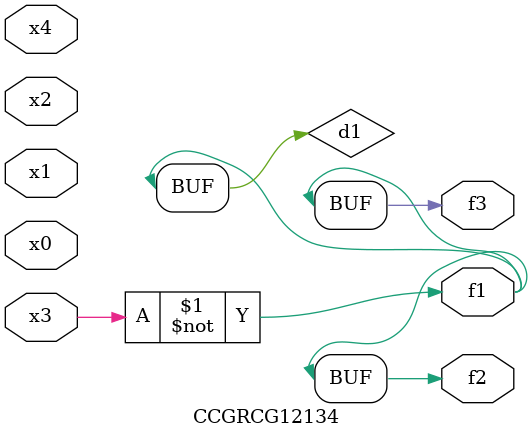
<source format=v>
module CCGRCG12134(
	input x0, x1, x2, x3, x4,
	output f1, f2, f3
);

	wire d1, d2;

	xnor (d1, x3);
	not (d2, x1);
	assign f1 = d1;
	assign f2 = d1;
	assign f3 = d1;
endmodule

</source>
